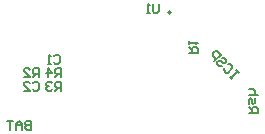
<source format=gbo>
G04 Layer_Color=32896*
%FSLAX25Y25*%
%MOIN*%
G70*
G01*
G75*
%ADD15C,0.00600*%
%ADD39C,0.00787*%
D15*
X-27000Y23000D02*
Y25999D01*
X-28499D01*
X-28999Y25499D01*
Y24499D01*
X-28499Y24000D01*
X-27000D01*
X-28000D02*
X-28999Y23000D01*
X-31499D02*
Y25999D01*
X-29999Y24499D01*
X-31998D01*
X5500Y47499D02*
Y45000D01*
X5000Y44500D01*
X4000D01*
X3501Y45000D01*
Y47499D01*
X2501Y44500D02*
X1501D01*
X2001D01*
Y47499D01*
X2501Y46999D01*
X35500Y11000D02*
X38499D01*
Y12500D01*
X37999Y12999D01*
X36999D01*
X36500Y12500D01*
Y11000D01*
Y12000D02*
X35500Y12999D01*
Y13999D02*
Y15499D01*
X36000Y15998D01*
X36500Y15499D01*
Y14499D01*
X36999Y13999D01*
X37499Y14499D01*
Y15998D01*
X38499Y16998D02*
X35500D01*
X36999D01*
X37499Y17498D01*
Y18498D01*
X36999Y18997D01*
X35500D01*
X-27000Y18500D02*
Y21499D01*
X-28499D01*
X-28999Y20999D01*
Y19999D01*
X-28499Y19500D01*
X-27000D01*
X-28000D02*
X-28999Y18500D01*
X-29999Y20999D02*
X-30499Y21499D01*
X-31499D01*
X-31998Y20999D01*
Y20499D01*
X-31499Y19999D01*
X-30999D01*
X-31499D01*
X-31998Y19500D01*
Y19000D01*
X-31499Y18500D01*
X-30499D01*
X-29999Y19000D01*
X-34500Y23000D02*
Y25999D01*
X-36000D01*
X-36499Y25499D01*
Y24499D01*
X-36000Y24000D01*
X-34500D01*
X-35500D02*
X-36499Y23000D01*
X-39498D02*
X-37499D01*
X-39498Y24999D01*
Y25499D01*
X-38999Y25999D01*
X-37999D01*
X-37499Y25499D01*
X15500Y31000D02*
X18499D01*
Y32500D01*
X17999Y32999D01*
X16999D01*
X16500Y32500D01*
Y31000D01*
Y32000D02*
X15500Y32999D01*
Y33999D02*
Y34999D01*
Y34499D01*
X18499D01*
X17999Y33999D01*
X32121Y24621D02*
X31414Y25328D01*
X31767Y24974D01*
X29647Y22853D01*
X30000Y22500D01*
X29293Y23207D01*
X28586Y27448D02*
X29293Y27448D01*
X30000Y26741D01*
Y26034D01*
X28586Y24621D01*
X27879D01*
X27172Y25328D01*
Y26034D01*
X26466Y29569D02*
X27172D01*
X27879Y28862D01*
Y28155D01*
X27526Y27802D01*
X26819Y27802D01*
X26112Y28508D01*
X25405Y28508D01*
X25052Y28155D01*
X25052Y27448D01*
X25759Y26741D01*
X26466D01*
X23991Y28508D02*
X26112Y30629D01*
X25052Y31689D01*
X24345Y31689D01*
X23638Y30983D01*
Y30276D01*
X24698Y29215D01*
X-36499Y20999D02*
X-36000Y21499D01*
X-35000D01*
X-34500Y20999D01*
Y19000D01*
X-35000Y18500D01*
X-36000D01*
X-36499Y19000D01*
X-39498Y18500D02*
X-37499D01*
X-39498Y20499D01*
Y20999D01*
X-38999Y21499D01*
X-37999D01*
X-37499Y20999D01*
X-29499Y29999D02*
X-29000Y30499D01*
X-28000D01*
X-27500Y29999D01*
Y28000D01*
X-28000Y27500D01*
X-29000D01*
X-29499Y28000D01*
X-30499Y27500D02*
X-31499D01*
X-30999D01*
Y30499D01*
X-30499Y29999D01*
X-37000Y8499D02*
Y5500D01*
X-38500D01*
X-38999Y6000D01*
Y6500D01*
X-38500Y7000D01*
X-37000D01*
X-38500D01*
X-38999Y7499D01*
Y7999D01*
X-38500Y8499D01*
X-37000D01*
X-39999Y5500D02*
Y7499D01*
X-40999Y8499D01*
X-41998Y7499D01*
Y5500D01*
Y7000D01*
X-39999D01*
X-42998Y8499D02*
X-44997D01*
X-43998D01*
Y5500D01*
D39*
X9504Y44587D02*
G03*
X9504Y44587I-492J0D01*
G01*
M02*

</source>
